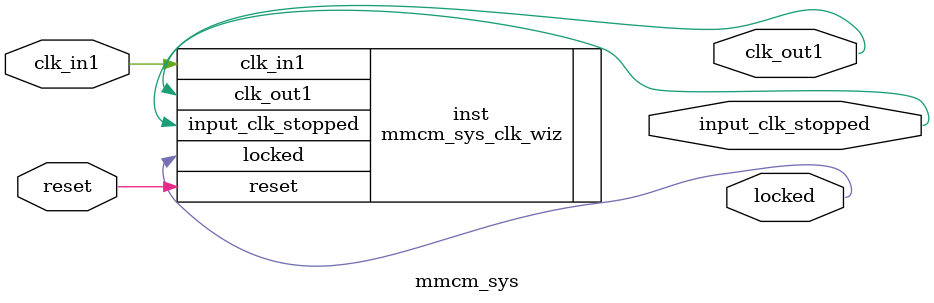
<source format=v>


`timescale 1ps/1ps

(* CORE_GENERATION_INFO = "mmcm_sys,clk_wiz_v6_0_3_0_0,{component_name=mmcm_sys,use_phase_alignment=false,use_min_o_jitter=true,use_max_i_jitter=false,use_dyn_phase_shift=false,use_inclk_switchover=false,use_dyn_reconfig=false,enable_axi=0,feedback_source=FDBK_AUTO,PRIMITIVE=MMCM,num_out_clk=1,clkin1_period=8.000,clkin2_period=10.000,use_power_down=false,use_reset=true,use_locked=true,use_inclk_stopped=true,feedback_type=SINGLE,CLOCK_MGR_TYPE=NA,manual_override=false}" *)

module mmcm_sys 
 (
  // Clock out ports
  output        clk_out1,
  // Status and control signals
  input         reset,
  output        input_clk_stopped,
  output        locked,
 // Clock in ports
  input         clk_in1
 );

  mmcm_sys_clk_wiz inst
  (
  // Clock out ports  
  .clk_out1(clk_out1),
  // Status and control signals               
  .reset(reset), 
  .input_clk_stopped(input_clk_stopped),
  .locked(locked),
 // Clock in ports
  .clk_in1(clk_in1)
  );

endmodule

</source>
